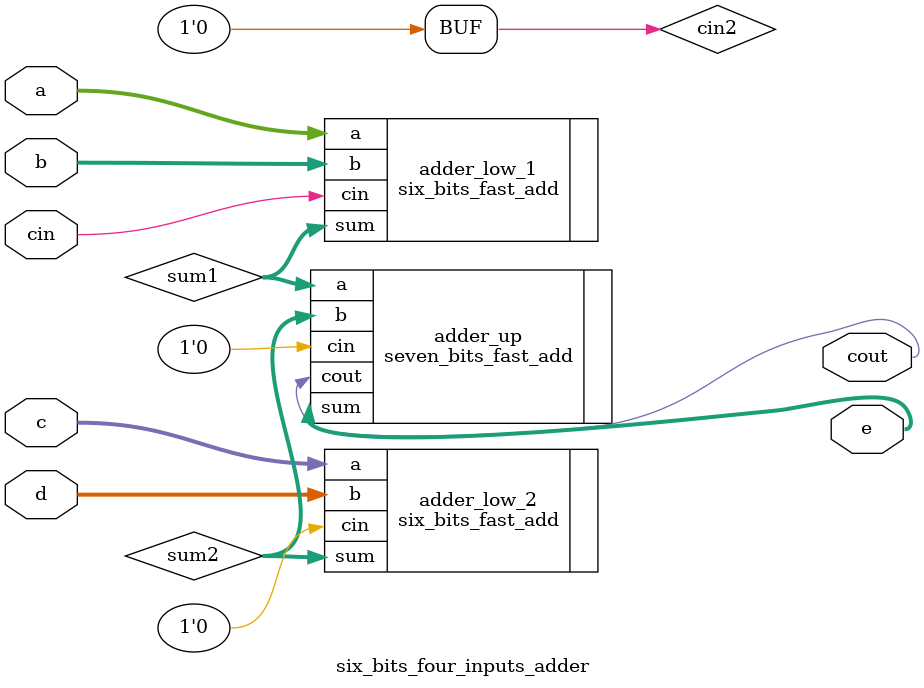
<source format=v>
`timescale 1ns / 1ps

module six_bits_four_inputs_adder(
    input [5:0] a,
    input [5:0] b,
    input [5:0] c,
    input [5:0] d,
    input       cin,
    output[7:0] e,
    output      cout );
    
    wire    [6:0]   sum1, sum2;
    wire    cin2;
    
    assign  cin2 = 1'b0;
    
    six_bits_fast_add   adder_low_1(
        .a(a),
        .b(b),
        .cin(cin),
        .sum(sum1)
        );
    six_bits_fast_add   adder_low_2(
        .a(c),
        .b(d),
        .cin(cin2),
        .sum(sum2)
        );
    seven_bits_fast_add adder_up(
        .a(sum1),
        .b(sum2),
        .cin(cin2),
        .sum(e),
        .cout(cout)
        );
   
endmodule

</source>
